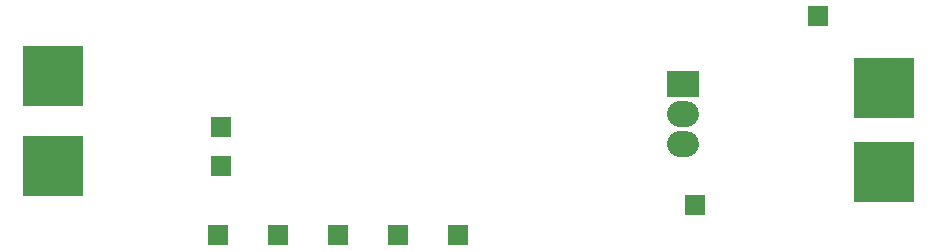
<source format=gbs>
G04 ---------------------------- Layer name :BOTTOM SOLDER LAYER*
G04 EasyEDA v5.4.12, Mon, 21 May 2018 10:25:39 GMT*
G04 d0ac2e000ddc4f35a868ce4d586767d9*
G04 Gerber Generator version 0.2*
G04 Scale: 100 percent, Rotated: No, Reflected: No *
G04 Dimensions in millimeters *
G04 leading zeros omitted , absolute positions ,3 integer and 3 decimal *
%FSLAX33Y33*%
%MOMM*%
G90*
G71D02*

%ADD33C,2.203201*%
%ADD34R,2.703200X2.203201*%
%ADD35R,1.778000X1.778000*%
%ADD36R,1.778000X1.778254*%
%ADD37R,5.203190X5.203190*%
%ADD38R,1.778254X1.778254*%

%LPD*%
G54D33*
G01X57145Y15875D02*
G01X56646Y15875D01*
G01X57145Y18415D02*
G01X56646Y18415D01*
G54D34*
G01X56896Y20955D03*
G54D35*
G01X27686Y8128D03*
G01X32766Y8128D03*
G01X22606Y8128D03*
G54D36*
G01X37846Y8128D03*
G54D35*
G01X17526Y8128D03*
G54D37*
G01X3556Y13970D03*
G01X3556Y21590D03*
G01X73914Y20574D03*
G01X73914Y13462D03*
G54D38*
G01X68326Y26670D03*
G01X17780Y17272D03*
G01X17780Y13970D03*
G01X57912Y10668D03*
M00*
M02*

</source>
